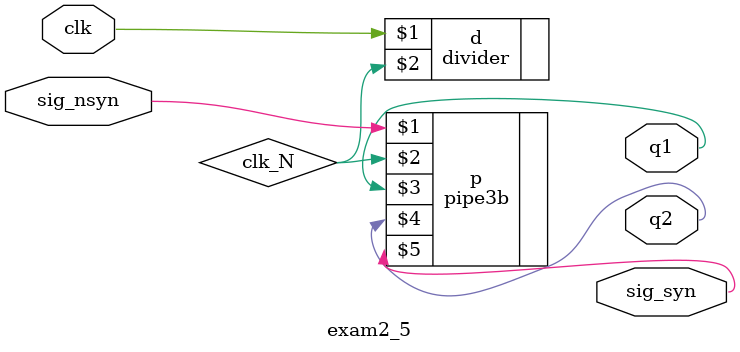
<source format=v>
`timescale 1ns / 1ps

module exam2_5(sig_nsyn,clk,q1,q2,sig_syn);
    input sig_nsyn;
    input clk;
    output q1;
    output q2;
    output sig_syn;
    
    wire clk_N;
    
    divider d(clk,clk_N);
    pipe3b p(sig_nsyn,clk_N,q1,q2,sig_syn);
endmodule

</source>
